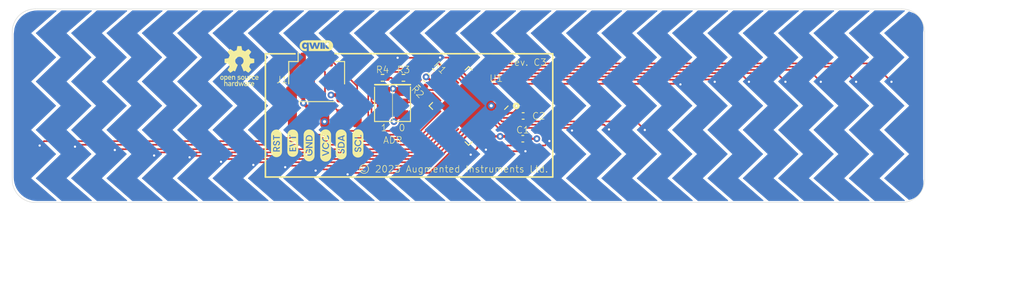
<source format=kicad_pcb>
(kicad_pcb (version 20221018) (generator pcbnew)
  (title_block (title "TRILL-BAR") (date "2022-10-26") (rev "C3") (company "BELA / Augmented Instruments Ltd.") (comment 1 "https://bela.io"))
  (layers (0 "F.Cu" signal) (1 "In1.Cu" power) (2 "In2.Cu" power) (31 "B.Cu" signal) (34 "B.Paste" user) (35 "F.Paste" user) (36 "B.SilkS" user "B.Silkscreen") (37 "F.SilkS" user "F.Silkscreen") (38 "B.Mask" user) (39 "F.Mask" user) (44 "Edge.Cuts" user))
  (net 0 "")
  (net 1 "VCC")
  (net 2 "GND")
  (net 3 "Net-(U1-(INT)P0[1])")
  (net 4 "/I2C_SDA")
  (net 5 "/I2C_SCL")
  (net 6 "/XRES")
  (net 7 "/EVENT")
  (net 8 "/ADDR0")
  (net 9 "/ADDR1")
  (net 10 "Net-(U1-P3[0])")
  (net 11 "Net-(U1-P3[2])")
  (net 12 "Net-(U1-P3[4])")
  (net 13 "Net-(U1-P3[6])")
  (net 14 "Net-(U1-P4[0])")
  (net 15 "Net-(U1-P4[2])")
  (net 16 "Net-(U1-P2[0])")
  (net 17 "Net-(U1-P2[2])")
  (net 18 "Net-(U1-P2[4])")
  (net 19 "Net-(U1-P2[6])")
  (net 20 "Net-(U1-P1[3])")
  (net 21 "Net-(U1-(SDA)P1[5])")
  (net 22 "Net-(U1-P0[0])")
  (net 23 "Net-(U1-P0[2])")
  (net 24 "Net-(U1-P0[4])")
  (net 25 "Net-(U1-P0[6])")
  (net 26 "Net-(U1-P0[7])")
  (net 27 "Net-(U1-P0[5])")
  (net 28 "Net-(U1-(INT)P0[3])")
  (net 29 "Net-(U1-P4[3])")
  (net 30 "Net-(U1-P4[1])")
  (net 31 "Net-(U1-P3[7])")
  (net 32 "Net-(U1-P3[5])")
  (net 33 "Net-(U1-P3[3])")
  (net 34 "Net-(U1-P3[1])")
  (net 35 "Net-(U1-(SCL)P1[7])")
  (net 36 "Net-(U1-(PR{slash}SCL)P1[1])")
  (net 37 "Net-(U1-(PR{slash}SDA)P1[0])")
  (footprint "TRILL:I2C+EVT_RST_Wire_connector_SMD" (layer "F.Cu") (at 127.1266 94.48 90)
    (fp_text reference "J2" hide)
    (fp_text value "Conn_01x06_Female")
  )
  (footprint "Resistor_SMD:R_0402_1005Metric" (layer "F.Cu") (at 140.7922 89.3318 135)
    (fp_text reference "R1")
    (fp_text value "100")
  )
  (footprint "TRILL:SolderJumper-2x3_P1.3mm_Open_Pad1.0x1.5mm" (layer "F.Cu") (at 137.4902 92.8116 90)
    (fp_text reference "JP1" hide)
    (fp_text value "Jumper_2x3_Open")
  )
  (footprint "TRILL:TRILL_BAR_CapSense" (layer "F.Cu") (at 145.1144 86.1406)
    (fp_text reference "CS1" hide)
    (fp_text value "TRILL_BAR-26_CapSense")
  )
  (footprint "Resistor_SMD:R_0402_1005Metric" (layer "F.Cu") (at 139.7508 90.6272 135)
    (fp_text reference "R2")
    (fp_text value "100")
  )
  (footprint "Resistor_SMD:R_0402_1005Metric" (layer "F.Cu") (at 137.705139 89.9922 180)
    (fp_text reference "R3")
    (fp_text value "47k")
  )
  (footprint "Resistor_SMD:R_0402_1005Metric" (layer "F.Cu") (at 135.382 89.9922)
    (fp_text reference "R4")
    (fp_text value "47k")
  )
  (footprint "TRILL:QFN-48-1EP_6x6mm_P0.4mm_EP4.6x4.6mm" (layer "F.Cu") (at 144.964219 93.129238 -135)
    (fp_text reference "U1")
    (fp_text value "CY8C206X6A")
  )
  (footprint "Capacitor_SMD:C_0402_1005Metric" (layer "F.Cu") (at 151.040139 94.2467 180)
    (fp_text reference "C2")
    (fp_text value "2.2n")
  )
  (footprint "TRILL:OpenSourceHardware_Logo" (layer "F.Cu") (at 119.446675 89.229142)
    (fp_text reference "G5" hide)
    (fp_text value "OpenSourceHardware_Logo")
  )
  (footprint "TRILL:qwiic_horizontal_SMD" (layer "F.Cu") (at 127.97 90.33)
    (fp_text reference "J1")
    (fp_text value "Conn_01x04_MountingPin")
  )
  (footprint "Capacitor_SMD:C_0402_1005Metric" (layer "F.Cu") (at 151.002039 96.7867)
    (fp_text reference "C1")
    (fp_text value "0.1u")
  )
  (gr_line (start 154.338 101.06) (end 154.338 87.31) (stroke (width 0.18)) (layer "F.SilkS"))
  (gr_line (start 130.086 87.2973) (end 154.338 87.31) (stroke (width 0.18)) (layer "F.SilkS"))
  (gr_line (start 122.334 101.06) (end 154.338 101.06) (stroke (width 0.18)) (layer "F.SilkS"))
  (gr_line (start 122.334 87.31) (end 125.64 87.31) (stroke (width 0.18)) (layer "F.SilkS"))
  (gr_line (start 122.334 87.31) (end 122.334 101.06) (stroke (width 0.18)) (layer "F.SilkS"))
  (gr_arc (start 195.744139 101.3587) (mid 195.000193 103.154765) (end 193.204139 103.8987) (stroke (width 0.05)) (layer "Edge.Cuts"))
  (gr_line (start 96.684139 82.3087) (end 193.204139 82.3087) (stroke (width 0.05)) (layer "Edge.Cuts"))
  (gr_line (start 195.744139 84.8487) (end 195.744139 101.3587) (stroke (width 0.05)) (layer "Edge.Cuts"))
  (gr_arc (start 96.684139 103.8987) (mid 94.888088 103.154751) (end 94.144139 101.3587) (stroke (width 0.05)) (layer "Edge.Cuts"))
  (gr_arc (start 94.144139 84.8487) (mid 94.888088 83.052649) (end 96.684139 82.3087) (stroke (width 0.05)) (layer "Edge.Cuts"))
  (gr_line (start 94.144139 101.3587) (end 94.144139 84.8487) (stroke (width 0.05)) (layer "Edge.Cuts"))
  (gr_line (start 193.204139 103.8987) (end 96.684139 103.8987) (stroke (width 0.05)) (layer "Edge.Cuts"))
  (gr_arc (start 193.204139 82.3087) (mid 195.000165 83.052663) (end 195.744139 84.8487) (stroke (width 0.05)) (layer "Edge.Cuts"))
  (gr_text "rev. ${REVISION}" (at 149.54 88.71) (layer "F.SilkS") (effects (font (size 0.75 0.75) (thickness 0.07)) (justify left bottom)))
  (gr_text "© 2023 Augmented Instruments Ltd." (at 132.64 100.61) (layer "F.SilkS") (effects (font (size 0.75 0.75) (thickness 0.07)) (justify left bottom)))
  (gr_text "ADR" (at 137.64 96.51) (layer "F.SilkS") (effects (font (size 0.75 0.75) (thickness 0.07)) (justify right top)))
  (segment (start 128.9468 94.51) (end 128.9468 93.121854) (width 0.6096) (layer "F.Cu") (net 1))
  (segment (start 148.474852 96.528199) (end 147.514651 96.528199) (width 0.254) (layer "F.Cu") (net 1))
  (segment (start 127.54 91.715054) (end 127.54 87.91) (width 0.6096) (layer "F.Cu") (net 1))
  (segment (start 141.39 90.969233) (end 142.171147 91.75038) (width 0.1778) (layer "F.Cu") (net 1))
  (segment (start 136.7232 94.8786) (end 137.4902 94.1116) (width 0.1778) (layer "F.Cu") (net 1))
  (segment (start 149.4663 96.7867) (end 150.552039 96.7867) (width 0.3048) (layer "F.Cu") (net 1))
  (segment (start 141.39 90.96) (end 141.39 90.969233) (width 0.1778) (layer "F.Cu") (net 1))
  (segment (start 147.514651 96.528199) (end 147.118226 96.131774) (width 0.254) (layer "F.Cu") (net 1))
  (segment (start 141.39 90.96) (end 140.3206 89.8906) (width 0.254) (layer "F.Cu") (net 1))
  (segment (start 147.118226 96.131773) (end 146.62592 95.639467) (width 0.1778) (layer "F.Cu") (net 1))
  (segment (start 136.652 94.8786) (end 136.7232 94.8786) (width 0.1778) (layer "F.Cu") (net 1))
  (segment (start 135.4836 94.1116) (end 137.586239 94.1116) (width 0.1778) (layer "F.Cu") (net 1))
  (segment (start 148.474852 96.528199) (end 149.207799 96.528199) (width 0.3048) (layer "F.Cu") (net 1))
  (segment (start 140.3206 89.8906) (end 140.2334 89.8906) (width 0.254) (layer "F.Cu") (net 1))
  (segment (start 149.207799 96.528199) (end 149.4663 96.7867) (width 0.3048) (layer "F.Cu") (net 1))
  (segment (start 147.118226 96.131774) (end 147.118226 96.131773) (width 0.1778) (layer "F.Cu") (net 1))
  (segment (start 128.9468 93.121854) (end 127.54 91.715054) (width 0.6096) (layer "F.Cu") (net 1))
  (via (at 136.652 94.8786) (size 0.75) (drill 0.35) (layers "F.Cu" "B.Cu") (net 1))
  (via (at 148.474852 96.528199) (size 0.75) (drill 0.35) (layers "F.Cu" "B.Cu") (net 1))
  (via (at 128.9208 94.8786) (size 0.75) (drill 0.35) (layers "F.Cu" "B.Cu") (net 1))
  (via (at 140.2334 89.8906) (size 0.75) (drill 0.35) (layers "F.Cu" "B.Cu") (net 1))
  (segment (start 127.1434 94.51) (end 127.1434 93.3868) (width 0.4064) (layer "F.Cu") (net 2))
  (segment (start 127.1434 93.3868) (end 126.5682 92.8116) (width 0.4064) (layer "F.Cu") (net 2))
  (segment (start 150.426839 94.41) (end 149.54 94.41) (width 0.254) (layer "F.Cu") (net 2))
  (segment (start 148.32285 93.942411) (end 147.484139 93.1037) (width 0.1778) (layer "F.Cu") (net 2))
  (segment (start 135.419139 91.5927) (end 135.869139 91.1427) (width 0.1778) (layer "F.Cu") (net 2))
  (segment (start 136.562139 90.158261) (end 136.7282 89.9922) (width 0.1778) (layer "F.Cu") (net 2))
  (segment (start 136.371639 89.9922) (end 136.562139 90.1827) (width 0.1778) (layer "F.Cu") (net 2))
  (segment (start 147.484139 93.1037) (end 143.293139 93.1037) (width 0.1778) (layer "F.Cu") (net 2))
  (segment (start 144.118639 92.2782) (end 144.944139 93.1037) (width 0.254) (layer "F.Cu") (net 2))
  (segment (start 150.590139 94.2467) (end 150.426839 94.41) (width 0.254) (layer "F.Cu") (net 2))
  (segment (start 135.869139 89.9922) (end 136.371639 89.9922) (width 0.1778) (layer "F.Cu") (net 2))
  (segment (start 148.322976 93.942411) (end 148.32285 93.942411) (width 0.1778) (layer "F.Cu") (net 2))
  (segment (start 136.7282 89.9922) (end 137.195139 89.9922) (width 0.1778) (layer "F.Cu") (net 2))
  (segment (start 143.019675 90.901852) (end 144.964219 92.846396) (width 0.1778) (layer "F.Cu") (net 2))
  (segment (start 129.64 91.91) (end 130.715 91.91) (width 0.4064) (layer "F.Cu") (net 2))
  (segment (start 144.964219 92.846396) (end 144.964219 93.129238) (width 0.1778) (layer "F.Cu") (net 2))
  (segment (start 143.928139 91.739605) (end 143.928139 92.0877) (width 0.254) (layer "F.Cu") (net 2))
  (segment (start 126.015 91.785) (end 125.24 91.785) (width 0.4064) (layer "F.Cu") (net 2))
  (segment (start 148.322976 93.942411) (end 148.840565 94.46) (width 0.1778) (layer "F.Cu") (net 2))
  (segment (start 125.24 91.785) (end 125.24 89.21) (width 0.4064) (layer "F.Cu") (net 2))
  (segment (start 137.4902 91.5116) (end 137.1773 91.1987) (width 0.1778) (layer "F.Cu") (net 2))
  (segment (start 143.928139 92.0877) (end 144.118639 92.2782) (width 0.254) (layer "F.Cu") (net 2))
  (segment (start 149.49 94.46) (end 149.54 94.41) (width 0.1778) (layer "F.Cu") (net 2))
  (segment (start 148.840565 94.46) (end 149.49 94.46) (width 0.1778) (layer "F.Cu") (net 2))
  (segment (start 136.562139 91.1987) (end 136.562139 90.1827) (width 0.1778) (layer "F.Cu") (net 2))
  (segment (start 136.562139 90.1827) (end 136.562139 90.158261) (width 0.1778) (layer "F.Cu") (net 2))
  (segment (start 151.452039 96.7867) (end 152.564139 96.7867) (width 0.254) (layer "F.Cu") (net 2))
  (segment (start 126.5682 92.3382) (end 126.015 91.785) (width 0.4064) (layer "F.Cu") (net 2))
  (segment (start 143.293139 93.1037) (end 144.118639 92.2782) (width 0.1778) (layer "F.Cu") (net 2))
  (segment (start 130.715 91.91) (end 130.84 91.785) (width 0.4064) (layer "F.Cu") (net 2))
  (segment (start 137.1773 91.1987) (end 136.562139 91.1987) (width 0.1778) (layer "F.Cu") (net 2))
  (segment (start 136.562139 91.1987) (end 135.8031 91.1987) (width 0.1778) (layer "F.Cu") (net 2))
  (segment (start 135.8031 91.1987) (end 135.4902 91.5116) (width 0.1778) (layer "F.Cu") (net 2))
  (segment (start 126.5682 92.8116) (end 126.5682 92.3382) (width 0.4064) (layer "F.Cu") (net 2))
  (segment (start 125.24 89.21) (end 126.54 87.91) (width 0.4064) (layer "F.Cu") (net 2))
  (via (at 136.562139 91.1987) (size 0.75) (drill 0.35) (layers "F.Cu" "B.Cu") (net 2))
  (via (at 147.484139 93.1037) (size 0.75) (drill 0.35) (layers "F.Cu" "B.Cu") (net 2))
  (via (at 129.64 91.91) (size 0.75) (drill 0.35) (layers "F.Cu" "B.Cu") (net 2))
  (via (at 126.5682 92.8116) (size 0.75) (drill 0.35) (layers "F.Cu" "B.Cu") (net 2))
  (via (at 152.564139 96.7867) (size 0.75) (drill 0.35) (layers "F.Cu" "B.Cu") (net 2))
  (segment (start 151.490139 93.860139) (end 151.490139 94.2467) (width 0.254) (layer "F.Cu") (net 3))
  (segment (start 149.69 93.91) (end 149.470913 93.91) (width 0.1778) (layer "F.Cu") (net 3))
  (segment (start 149.69 93.91) (end 149.952706 93.91) (width 0.254) (layer "F.Cu") (net 3))
  (segment (start 150.234406 93.6283) (end 151.2583 93.6283) (width 0.254) (layer "F.Cu") (net 3))
  (segment (start 151.2583 93.6283) (end 151.490139 93.860139) (width 0.254) (layer "F.Cu") (net 3))
  (segment (start 149.320913 94.06) (end 149.006251 94.06) (width 0.1778) (layer "F.Cu") (net 3))
  (segment (start 149.006251 94.06) (end 148.605819 93.659568) (width 0.1778) (layer "F.Cu") (net 3))
  (segment (start 149.470913 93.91) (end 149.320913 94.06) (width 0.1778) (layer "F.Cu") (net 3))
  (segment (start 149.952706 93.91) (end 150.234406 93.6283) (width 0.254) (layer "F.Cu") (net 3))
  (segment (start 131.1906 95.91) (end 130.6926 95.412) (width 0.1778) (layer "F.Cu") (net 4))
  (segment (start 133.789939 95.038661) (end 132.9186 95.91) (width 0.1778) (layer "F.Cu") (net 4))
  (segment (start 130.6926 93.9626) (end 128.9697 92.2397) (width 0.1778) (layer "F.Cu") (net 4))
  (segment (start 138.4554 89.3318) (end 134.518386 89.3318) (width 0.1778) (layer "F.Cu") (net 4))
  (segment (start 128.54 88.91) (end 128.54 87.91) (width 0.1778) (layer "F.Cu") (net 4))
  (segment (start 128.9697 92.2397) (end 128.9697 89.3397) (width 0.1778) (layer "F.Cu") (net 4))
  (segment (start 139.390176 90.266576) (end 138.4554 89.3318) (width 0.1778) (layer "F.Cu") (net 4))
  (segment (start 130.6926 95.412) (end 130.6926 93.9626) (width 0.1778) (layer "F.Cu") (net 4))
  (segment (start 133.789939 90.060247) (end 133.789939 95.038661) (width 0.1778) (layer "F.Cu") (net 4))
  (segment (start 128.9697 89.3397) (end 128.54 88.91) (width 0.1778) (layer "F.Cu") (net 4))
  (segment (start 132.9186 95.91) (end 131.1906 95.91) (width 0.1778) (layer "F.Cu") (net 4))
  (segment (start 134.518386 89.3318) (end 133.789939 90.060247) (width 0.1778) (layer "F.Cu") (net 4))
  (segment (start 132.4762 90.8462) (end 129.54 87.91) (width 0.1778) (layer "F.Cu") (net 5))
  (segment (start 132.5536 90.9038) (end 132.5536 94.51) (width 0.1778) (layer "F.Cu") (net 5))
  (segment (start 134.371024 88.971176) (end 132.496 90.8462) (width 0.1778) (layer "F.Cu") (net 5))
  (segment (start 132.496 90.8462) (end 132.5536 90.9038) (width 0.1778) (layer "F.Cu") (net 5))
  (segment (start 140.431576 88.971176) (end 134.371024 88.971176) (width 0.1778) (layer "F.Cu") (net 5))
  (segment (start 132.496 90.8462) (end 132.4762 90.8462) (width 0.1778) (layer "F.Cu") (net 5))
  (segment (start 141.605462 93.942411) (end 138.847073 96.7008) (width 0.1778) (layer "F.Cu") (net 6))
  (segment (start 124.5308 96.7008) (end 123.5366 95.7066) (width 0.1778) (layer "F.Cu") (net 6))
  (segment (start 123.5366 95.7066) (end 123.5366 94.51) (width 0.1778) (layer "F.Cu") (net 6))
  (segment (start 138.847073 96.7008) (end 124.5308 96.7008) (width 0.1778) (layer "F.Cu") (net 6))
  (segment (start 125.9716 96.3416) (end 125.34 95.71) (width 0.1778) (layer "F.Cu") (net 7))
  (segment (start 138.640587 96.3416) (end 125.9716 96.3416) (width 0.1778) (layer "F.Cu") (net 7))
  (segment (start 125.34 95.71) (end 125.34 94.51) (width 0.1778) (layer "F.Cu") (net 7))
  (segment (start 141.322619 93.659568) (end 138.640587 96.3416) (width 0.1778) (layer "F.Cu") (net 7))
  (segment (start 138.215139 89.9922) (end 138.215139 90.310739) (width 0.1778) (layer "F.Cu") (net 8))
  (segment (start 137.775139 92.7227) (end 137.705139 92.7927) (width 0.1778) (layer "F.Cu") (net 8))
  (segment (start 140.996097 91.7067) (end 139.610139 91.7067) (width 0.1778) (layer "F.Cu") (net 8))
  (segment (start 138.215139 90.310739) (end 139.610139 91.705739) (width 0.1778) (layer "F.Cu") (net 8))
  (segment (start 141.605462 92.316065) (end 140.996097 91.7067) (width 0.1778) (layer "F.Cu") (net 8))
  (segment (start 139.610139 91.7067) (end 138.594139 92.7227) (width 0.1778) (layer "F.Cu") (net 8))
  (segment (start 138.594139 92.7227) (end 137.775139 92.7227) (width 0.1778) (layer "F.Cu") (net 8))
  (segment (start 139.610139 91.705739) (end 139.610139 91.7067) (width 0.1778) (layer "F.Cu") (net 8))
  (segment (start 138.34 95.91) (end 135.050439 95.91) (width 0.1778) (layer "F.Cu") (net 9))
  (segment (start 140.983711 92.26) (end 140.09 92.26) (width 0.1778) (layer "F.Cu") (net 9))
  (segment (start 135.050439 95.91) (end 134.149139 95.0087) (width 0.1778) (layer "F.Cu") (net 9))
  (segment (start 134.33516 92.795069) (end 135.41677 92.795069) (width 0.1778) (layer "F.Cu") (net 9))
  (segment (start 140.09 92.26) (end 139.09 93.26) (width 0.1778) (layer "F.Cu") (net 9))
  (segment (start 134.593639 89.9922) (end 134.149139 90.4367) (width 0.1778) (layer "F.Cu") (net 9))
  (segment (start 134.872 89.9922) (end 134.593639 89.9922) (width 0.1778) (layer "F.Cu") (net 9))
  (segment (start 141.322619 92.598908) (end 140.983711 92.26) (width 0.1778) (layer "F.Cu") (net 9))
  (segment (start 134.149139 92.609047) (end 134.33516 92.795069) (width 0.1778) (layer "F.Cu") (net 9))
  (segment (start 139.09 95.16) (end 138.34 95.91) (width 0.1778) (layer "F.Cu") (net 9))
  (segment (start 134.149139 95.0087) (end 134.149139 92.981091) (width 0.1778) (layer "F.Cu") (net 9))
  (segment (start 135.41677 92.795069) (end 135.419139 92.7927) (width 0.1778) (layer "F.Cu") (net 9))
  (segment (start 134.149139 90.4367) (end 134.149139 92.609047) (width 0.1778) (layer "F.Cu") (net 9))
  (segment (start 134.149139 92.981091) (end 134.33516 92.795069) (width 0.1778) (layer "F.Cu") (net 9))
  (segment (start 139.09 93.26) (end 139.09 95.16) (width 0.1778) (layer "F.Cu") (net 9))
  (segment (start 139.053559 97.06) (end 97.680839 97.06) (width 0.1778) (layer "F.Cu") (net 10))
  (segment (start 141.888305 94.225254) (end 139.053559 97.06) (width 0.1778) (layer "F.Cu") (net 10))
  (segment (start 97.680839 97.06) (end 97.192139 97.5487) (width 0.1778) (layer "F.Cu") (net 10))
  (via (at 97.192139 97.5487) (size 0.55) (drill 0.25) (layers "F.Cu" "B.Cu") (net 10))
  (segment (start 95.5294 94.8944) (end 95.9144 94.5094) (width 0.1778) (layer "B.Cu") (net 10))
  (segment (start 95.5294 95.885961) (end 95.5294 94.8944) (width 0.1778) (layer "B.Cu") (net 10))
  (segment (start 97.192139 97.5487) (end 95.5294 95.885961) (width 0.1778) (layer "B.Cu") (net 10))
  (segment (start 95.9144 94.5094) (end 95.9144 86.0806) (width 0.1778) (layer "B.Cu") (net 10))
  (segment (start 101.344839 97.46) (end 101.129139 97.6757) (width 0.1778) (layer "F.Cu") (net 11))
  (segment (start 142.171147 94.508096) (end 139.219243 97.46) (width 0.1778) (layer "F.Cu") (net 11))
  (segment (start 139.219243 97.46) (end 101.344839 97.46) (width 0.1778) (layer "F.Cu") (net 11))
  (via (at 101.129139 97.6757) (size 0.55) (drill 0.25) (layers "F.Cu" "B.Cu") (net 11))
  (segment (start 99.8474 95.6056) (end 99.836 95.5942) (width 0.1778) (layer "B.Cu") (net 11))
  (segment (start 99.8474 96.393961) (end 99.8474 95.6056) (width 0.1778) (layer "B.Cu") (net 11))
  (segment (start 99.836 95.5942) (end 99.836 86.0806) (width 0.1778) (layer "B.Cu") (net 11))
  (segment (start 101.129139 97.6757) (end 99.8474 96.393961) (width 0.1778) (layer "B.Cu") (net 11))
  (segment (start 105.6509 97.9555) (end 139.29 97.9555) (width 0.1778) (layer "F.Cu") (net 12))
  (segment (start 139.29 97.9555) (end 139.29 97.954929) (width 0.1778) (layer "F.Cu") (net 12))
  (segment (start 139.29 97.954929) (end 142.45399 94.790939) (width 0.1778) (layer "F.Cu") (net 12))
  (segment (start 105.5624 98.044) (end 105.6509 97.9555) (width 0.1778) (layer "F.Cu") (net 12))
  (via (at 105.5624 98.044) (size 0.55) (drill 0.25) (layers "F.Cu" "B.Cu") (net 12))
  (segment (start 103.7576 96.1658) (end 103.7576 86.0806) (width 0.1778) (layer "B.Cu") (net 12))
  (segment (start 103.7336 96.1898) (end 103.7576 96.1658) (width 0.1778) (layer "B.Cu") (net 12))
  (segment (start 105.5624 98.0186) (end 103.7336 96.1898) (width 0.1778) (layer "B.Cu") (net 12))
  (segment (start 105.5624 98.044) (end 105.5624 98.0186) (width 0.1778) (layer "B.Cu") (net 12))
  (segment (start 110.2853 98.3147) (end 139.495915 98.3147) (width 0.1778) (layer "F.Cu") (net 13))
  (segment (start 109.94 98.66) (end 110.2853 98.3147) (width 0.1778) (layer "F.Cu") (net 13))
  (segment (start 139.495915 98.3147) (end 142.736833 95.073782) (width 0.1778) (layer "F.Cu") (net 13))
  (via (at 109.94 98.66) (size 0.55) (drill 0.25) (layers "F.Cu" "B.Cu") (net 13))
  (segment (start 109.94 98.66) (end 109.94 98.383) (width 0.1778) (layer "B.Cu") (net 13))
  (segment (start 109.94 98.383) (end 107.6706 96.1136) (width 0.1778) (layer "B.Cu") (net 13))
  (segment (start 107.6792 96.105) (end 107.6792 86.0806) (width 0.1778) (layer "B.Cu") (net 13))
  (segment (start 107.6706 96.1136) (end 107.6792 96.105) (width 0.1778) (layer "B.Cu") (net 13))
  (segment (start 113.89 98.86) (end 114.0584 98.6916) (width 0.1778) (layer "F.Cu") (net 14))
  (segment (start 139.69 98.6916) (end 139.69 98.686299) (width 0.1778) (layer "F.Cu") (net 14))
  (segment (start 114.0584 98.6916) (end 139.69 98.6916) (width 0.1778) (layer "F.Cu") (net 14))
  (segment (start 139.69 98.686299) (end 143.019675 95.356624) (width 0.1778) (layer "F.Cu") (net 14))
  (via (at 113.89 98.86) (size 0.55) (drill 0.25) (layers "F.Cu" "B.Cu") (net 14))
  (segment (start 113.89 98.6246) (end 111.6008 96.3354) (width 0.1778) (layer "B.Cu") (net 14))
  (segment (start 111.6008 96.3354) (end 111.6008 86.0806) (width 0.1778) (layer "B.Cu") (net 14))
  (segment (start 113.89 98.86) (end 113.89 98.6246) (width 0.1778) (layer "B.Cu") (net 14))
  (segment (start 139.8992 99.0508) (end 139.8992 99.042785) (width 0.1778) (layer "F.Cu") (net 15))
  (segment (start 139.8992 99.042785) (end 143.302518 95.639467) (width 0.1778) (layer "F.Cu") (net 15))
  (segment (start 139.8992 99.0508) (end 117.6992 99.0508) (width 0.1778) (layer "F.Cu") (net 15))
  (segment (start 117.6992 99.0508) (end 117.39 99.36) (width 0.1778) (layer "F.Cu") (net 15))
  (via (at 117.39 99.36) (size 0.55) (drill 0.25) (layers "F.Cu" "B.Cu") (net 15))
  (segment (start 117.39 99.36) (end 117.39 98.9496) (width 0.1778) (layer "B.Cu") (net 15))
  (segment (start 115.5224 97.082) (end 115.5224 86.0806) (width 0.1778) (layer "B.Cu") (net 15))
  (segment (start 117.39 98.9496) (end 115.5224 97.082) (width 0.1778) (layer "B.Cu") (net 15))
  (segment (start 120.99 99.71) (end 121.29 99.41) (width 0.1778) (layer "F.Cu") (net 16))
  (segment (start 140.097671 99.41) (end 143.585361 95.92231) (width 0.1778) (layer "F.Cu") (net 16))
  (segment (start 121.29 99.41) (end 140.097671 99.41) (width 0.1778) (layer "F.Cu") (net 16))
  (via (at 120.99 99.71) (size 0.55) (drill 0.25) (layers "F.Cu" "B.Cu") (net 16))
  (segment (start 120.99 99.404839) (end 121.068139 99.3267) (width 0.2032) (layer "B.Cu") (net 16))
  (segment (start 120.99 99.71) (end 120.99 98.9174) (width 0.1778) (layer "B.Cu") (net 16))
  (segment (start 120.99 98.9174) (end 119.444 97.3714) (width 0.1778) (layer "B.Cu") (net 16))
  (segment (start 120.99 99.71) (end 120.99 99.404839) (width 0.2032) (layer "B.Cu") (net 16))
  (segment (start 119.444 97.3714) (end 119.444 86.0806) (width 0.1778) (layer "B.Cu") (net 16))
  (segment (start 124.54 99.96) (end 124.7026 99.7974) (width 0.1778) (layer "F.Cu") (net 17))
  (segment (start 128.16461 99.81) (end 140.263355 99.81) (width 0.1778) (layer "F.Cu") (net 17))
  (segment (start 124.7026 99.7974) (end 128.15201 99.7974) (width 0.1778) (layer "F.Cu") (net 17))
  (segment (start 128.15201 99.7974) (end 128.16461 99.81) (width 0.1778) (layer "F.Cu") (net 17))
  (segment (start 140.263355 99.81) (end 143.868203 96.205152) (width 0.1778) (layer "F.Cu") (net 17))
  (via (at 124.54 99.96) (size 0.55) (drill 0.25) (layers "F.Cu" "B.Cu") (net 17))
  (segment (start 122.7582 97.409) (end 122.7582 93.8784) (width 0.1778) (layer "B.Cu") (net 17))
  (segment (start 123.3656 92.911) (end 123.3656 86.0806) (width 0.1778) (layer "B.Cu") (net 17))
  (segment (start 122.7582 93.8784) (end 123.5456 93.091) (width 0.1778) (layer "B.Cu") (net 17))
  (segment (start 124.54 99.96) (end 124.54 99.1908) (width 0.1778) (layer "B.Cu") (net 17))
  (segment (start 124.54 99.1908) (end 122.7582 97.409) (width 0.1778) (layer "B.Cu") (net 17))
  (segment (start 123.5456 93.091) (end 123.3656 92.911) (width 0.1778) (layer "B.Cu") (net 17))
  (segment (start 144.151046 96.487995) (end 140.429041 100.21) (width 0.1778) (layer "F.Cu") (net 18))
  (segment (start 140.429041 100.21) (end 128.058839 100.21) (width 0.1778) (layer "F.Cu") (net 18))
  (segment (start 128.058839 100.21) (end 127.926139 100.3427) (width 0.1778) (layer "F.Cu") (net 18))
  (via (at 127.926139 100.3427) (size 0.55) (drill 0.25) (layers "F.Cu" "B.Cu") (net 18))
  (segment (start 127.2872 95.0038) (end 127.2872 86.0806) (width 0.1778) (layer "B.Cu") (net 18))
  (segment (start 127.926139 100.3427) (end 127.4572 99.873761) (width 0.1778) (layer "B.Cu") (net 18))
  (segment (start 127.4572 95.1738) (end 127.2872 95.0038) (width 0.1778) (layer "B.Cu") (net 18))
  (segment (start 127.4572 99.873761) (end 127.4572 95.1738) (width 0.1778) (layer "B.Cu") (net 18))
  (segment (start 131.49 100.76) (end 131.6533 100.5967) (width 0.1778) (layer "F.Cu") (net 19))
  (segment (start 140.608027 100.5967) (end 144.433889 96.770838) (width 0.1778) (layer "F.Cu") (net 19))
  (segment (start 131.6533 100.5967) (end 140.608027 100.5967) (width 0.1778) (layer "F.Cu") (net 19))
  (via (at 131.49 100.76) (size 0.55) (drill 0.25) (layers "F.Cu" "B.Cu") (net 19))
  (segment (start 131.609139 96.582539) (end 131.2088 96.1822) (width 0.1778) (layer "B.Cu") (net 19))
  (segment (start 131.609139 100.640861) (end 131.609139 96.582539) (width 0.1778) (layer "B.Cu") (net 19))
  (segment (start 131.49 100.76) (end 131.609139 100.640861) (width 0.1778) (layer "B.Cu") (net 19))
  (segment (start 131.2088 96.1822) (end 131.2088 86.0806) (width 0.1778) (layer "B.Cu") (net 19))
  (segment (start 137.0584 87.757) (end 141.006195 87.757) (width 0.1778) (layer "F.Cu") (net 20))
  (segment (start 141.006195 87.757) (end 143.585361 90.336166) (width 0.1778) (layer "F.Cu") (net 20))
  (via (at 137.0584 87.757) (size 0.55) (drill 0.25) (layers "F.Cu" "B.Cu") (net 20))
  (segment (start 136.8068 87.757) (end 135.1304 86.0806) (width 0.1778) (layer "B.Cu") (net 20))
  (segment (start 137.0584 87.757) (end 136.8068 87.757) (width 0.1778) (layer "B.Cu") (net 20))
  (segment (start 141.79 87.7316) (end 142.677851 87.7316) (width 0.1778) (layer "F.Cu") (net 21))
  (segment (start 142.677851 87.7316) (end 144.433889 89.487638) (width 0.1778) (layer "F.Cu") (net 21))
  (via (at 141.79 87.7316) (size 0.55) (drill 0.25) (layers "F.Cu" "B.Cu") (net 21))
  (segment (start 145.94 97.216289) (end 145.494549 96.770838) (width 0.1778) (layer "F.Cu") (net 22))
  (segment (start 145.94 97.822839) (end 145.94 97.216289) (width 0.1778) (layer "F.Cu") (net 22))
  (segment (start 145.198139 98.5647) (end 145.94 97.822839) (width 0.1778) (layer "F.Cu") (net 22))
  (via (at 145.198139 98.5647) (size 0.55) (drill 0.25) (layers "F.Cu" "B.Cu") (net 22))
  (segment (start 146.89 97.600603) (end 145.777392 96.487995) (width 0.1778) (layer "F.Cu") (net 23))
  (segment (start 146.89 98.01) (end 146.89 97.600603) (width 0.1778) (layer "F.Cu") (net 23))
  (via (at 146.89 98.01) (size 0.55) (drill 0.25) (layers "F.Cu" "B.Cu") (net 23))
  (segment (start 146.060235 96.205152) (end 148.038783 98.1837) (width 0.1778) (layer "F.Cu") (net 24))
  (segment (start 148.038783 98.1837) (end 151.294139 98.1837) (width 0.1778) (layer "F.Cu") (net 24))
  (via (at 151.294139 98.1837) (size 0.55) (drill 0.25) (layers "F.Cu" "B.Cu") (net 24))
  (segment (start 153.456739 97.5451) (end 153.961139 97.0407) (width 0.1778) (layer "F.Cu") (net 25))
  (segment (start 147.962465 97.5451) (end 153.456739 97.5451) (width 0.1778) (layer "F.Cu") (net 25))
  (segment (start 146.343077 95.925712) (end 147.962465 97.5451) (width 0.1778) (layer "F.Cu") (net 25))
  (segment (start 146.343077 95.92231) (end 146.343077 95.925712) (width 0.1778) (layer "F.Cu") (net 25))
  (via (at 153.961139 97.0407) (size 0.55) (drill 0.25) (layers "F.Cu" "B.Cu") (net 25))
  (segment (start 148.261909 95.5784) (end 147.474448 94.790939) (width 0.1778) (layer "F.Cu") (net 26))
  (segment (start 156.18184 95.5784) (end 148.261909 95.5784) (width 0.1778) (layer "F.Cu") (net 26))
  (segment (start 156.47672 95.87328) (end 156.18184 95.5784) (width 0.1778) (layer "F.Cu") (net 26))
  (via (at 156.47672 95.87328) (size 0.55) (drill 0.25) (layers "F.Cu" "B.Cu") (net 26))
  (segment (start 159.1818 93.7514) (end 159.1818 87.63) (width 0.1778) (layer "B.Cu") (net 26))
  (segment (start 159.1818 87.63) (end 158.66 87.1082) (width 0.1778) (layer "B.Cu") (net 26))
  (segment (start 158.66 87.1082) (end 158.66 86.0806) (width 0.1778) (layer "B.Cu") (net 26))
  (segment (start 157.05992 95.87328) (end 159.1818 93.7514) (width 0.1778) (layer "B.Cu") (net 26))
  (segment (start 156.47672 95.87328) (end 157.05992 95.87328) (width 0.1778) (layer "B.Cu") (net 26))
  (segment (start 160.06444 95.2192) (end 148.468395 95.2192) (width 0.1778) (layer "F.Cu") (net 27))
  (segment (start 148.468395 95.2192) (end 147.757291 94.508096) (width 0.1778) (layer "F.Cu") (net 27))
  (segment (start 160.59762 95.75238) (end 160.06444 95.2192) (width 0.1778) (layer "F.Cu") (net 27))
  (via (at 160.59762 95.75238) (size 0.55) (drill 0.25) (layers "F.Cu" "B.Cu") (net 27))
  (segment (start 162.5816 87.296) (end 162.5816 86.0806) (width 0.2032) (layer "B.Cu") (net 27))
  (segment (start 162.8902 87.6046) (end 162.5816 87.296) (width 0.2032) (layer "B.Cu") (net 27))
  (segment (start 162.8902 93.750439) (end 162.8902 87.6046) (width 0.2032) (layer "B.Cu") (net 27))
  (segment (start 160.888259 95.75238) (end 162.8902 93.750439) (width 0.2032) (layer "B.Cu") (net 27))
  (segment (start 160.59762 95.75238) (end 160.888259 95.75238) (width 0.2032) (layer "B.Cu") (net 27))
  (segment (start 164.59 95.81) (end 163.64 94.86) (width 0.1778) (layer "F.Cu") (net 28))
  (segment (start 163.64 94.86) (end 148.674879 94.86) (width 0.1778) (layer "F.Cu") (net 28))
  (segment (start 148.674879 94.86) (end 148.040133 94.225254) (width 0.1778) (layer "F.Cu") (net 28))
  (via (at 164.59 95.81) (size 0.55) (drill 0.25) (layers "F.Cu" "B.Cu") (net 28))
  (segment (start 166.878 93.522) (end 166.878 86.4554) (width 0.2032) (layer "B.Cu") (net 28))
  (segment (start 164.59 95.81) (end 166.878 93.522) (width 0.2032) (layer "B.Cu") (net 28))
  (segment (start 166.878 86.4554) (end 166.5032 86.0806) (width 0.2032) (layer "B.Cu") (net 28))
  (segment (start 168.5544 90.7288) (end 168.4856 90.66) (width 0.1778) (layer "F.Cu") (net 29))
  (segment (start 168.4856 90.66) (end 147.716299 90.66) (width 0.1778) (layer "F.Cu") (net 29))
  (segment (start 147.716299 90.66) (end 147.191605 91.184694) (width 0.1778) (layer "F.Cu") (net 29))
  (via (at 168.5544 90.7288) (size 0.55) (drill 0.25) (layers "F.Cu" "B.Cu") (net 29))
  (segment (start 171.0436 88.213239) (end 171.0436 86.6994) (width 0.2032) (layer "B.Cu") (net 29))
  (segment (start 168.5544 90.7288) (end 168.5544 90.702439) (width 0.2032) (layer "B.Cu") (net 29))
  (segment (start 171.0436 86.6994) (end 170.4248 86.0806) (width 0.2032) (layer "B.Cu") (net 29))
  (segment (start 168.5544 90.702439) (end 171.0436 88.213239) (width 0.2032) (layer "B.Cu") (net 29))
  (segment (start 146.908763 90.901852) (end 147.600615 90.21) (width 0.1778) (layer "F.Cu") (net 30))
  (segment (start 168.328529 90.1835) (end 172.122939 90.1835) (width 0.1778) (layer "F.Cu") (net 30))
  (segment (start 172.122939 90.1835) (end 172.376139 90.4367) (width 0.1778) (layer "F.Cu") (net 30))
  (segment (start 147.600615 90.21) (end 168.302029 90.21) (width 0.1778) (layer "F.Cu") (net 30))
  (segment (start 168.302029 90.21) (end 168.328529 90.1835) (width 0.1778) (layer "F.Cu") (net 30))
  (via (at 172.376139 90.4367) (size 0.55) (drill 0.25) (layers "F.Cu" "B.Cu") (net 30))
  (segment (start 175.006 86.7402) (end 174.3464 86.0806) (width 0.2032) (layer "B.Cu") (net 30))
  (segment (start 172.376139 90.4367) (end 175.006 87.806839) (width 0.2032) (layer "B.Cu") (net 30))
  (segment (start 175.006 87.806839) (end 175.006 86.7402) (width 0.2032) (layer "B.Cu") (net 30))
  (segment (start 168.179743 89.8243) (end 175.573739 89.8243) (width 0.1778) (layer "F.Cu") (net 31))
  (segment (start 175.573739 89.8243) (end 176.186139 90.4367) (width 0.1778) (layer "F.Cu") (net 31))
  (segment (start 146.62592 90.619009) (end 147.394129 89.8508) (width 0.1778) (layer "F.Cu") (net 31))
  (segment (start 168.153243 89.8508) (end 168.179743 89.8243) (width 0.1778) (layer "F.Cu") (net 31))
  (segment (start 147.394129 89.8508) (end 168.153243 89.8508) (width 0.1778) (layer "F.Cu") (net 31))
  (via (at 176.186139 90.4367) (size 0.55) (drill 0.25) (layers "F.Cu" "B.Cu") (net 31))
  (segment (start 178.7906 88.646) (end 178.7906 86.6032) (width 0.2032) (layer "B.Cu") (net 31))
  (segment (start 178.7906 86.6032) (end 178.268 86.0806) (width 0.2032) (layer "B.Cu") (net 31))
  (segment (start 176.9999 90.4367) (end 178.7906 88.646) (width 0.2032) (layer "B.Cu") (net 31))
  (segment (start 176.186139 90.4367) (end 176.9999 90.4367) (width 0.2032) (layer "B.Cu") (net 31))
  (segment (start 168.004457 89.4916) (end 168.030957 89.4651) (width 0.1778) (layer "F.Cu") (net 32))
  (segment (start 168.030957 89.4651) (end 179.278539 89.4651) (width 0.1778) (layer "F.Cu") (net 32))
  (segment (start 146.343077 90.336166) (end 147.187643 89.4916) (width 0.1778) (layer "F.Cu") (net 32))
  (segment (start 147.187643 89.4916) (end 168.004457 89.4916) (width 0.1778) (layer "F.Cu") (net 32))
  (segment (start 179.278539 89.4651) (end 180.250139 90.4367) (width 0.1778) (layer "F.Cu") (net 32))
  (via (at 180.250139 90.4367) (size 0.55) (drill 0.25) (layers "F.Cu" "B.Cu") (net 32))
  (segment (start 182.6768 86.5678) (end 182.1896 86.0806) (width 0.2032) (layer "B.Cu") (net 32))
  (segment (start 182.6768 88.010039) (end 182.6768 86.5678) (width 0.2032) (layer "B.Cu") (net 32))
  (segment (start 180.250139 90.4367) (end 182.6768 88.010039) (width 0.2032) (layer "B.Cu") (net 32))
  (segment (start 167.878071 89.11) (end 167.882171 89.1059) (width 0.1778) (layer "F.Cu") (net 33))
  (segment (start 147.003559 89.11) (end 167.878071 89.11) (width 0.1778) (layer "F.Cu") (net 33))
  (segment (start 167.882171 89.1059) (end 182.856339 89.1059) (width 0.1778) (layer "F.Cu") (net 33))
  (segment (start 182.856339 89.1059) (end 184.187139 90.4367) (width 0.1778) (layer "F.Cu") (net 33))
  (segment (start 146.060235 90.053324) (end 147.003559 89.11) (width 0.1778) (layer "F.Cu") (net 33))
  (via (at 184.187139 90.4367) (size 0.55) (drill 0.25) (layers "F.Cu" "B.Cu") (net 33))
  (segment (start 186.69 88.5952) (end 186.69 86.6594) (width 0.2032) (layer "B.Cu") (net 33))
  (segment (start 184.8485 90.4367) (end 186.69 88.5952) (width 0.2032) (layer "B.Cu") (net 33))
  (segment (start 186.69 86.6594) (end 186.1112 86.0806) (width 0.2032) (layer "B.Cu") (net 33))
  (segment (start 184.187139 90.4367) (end 184.8485 90.4367) (width 0.2032) (layer "B.Cu") (net 33))
  (segment (start 146.797073 88.7508) (end 167.729285 88.7508) (width 0.1778) (layer "F.Cu") (net 34))
  (segment (start 167.733385 88.7467) (end 186.434139 88.7467) (width 0.1778) (layer "F.Cu") (net 34))
  (segment (start 145.777392 89.770481) (end 146.797073 88.7508) (width 0.1778) (layer "F.Cu") (net 34))
  (segment (start 186.434139 88.7467) (end 188.124139 90.4367) (width 0.1778) (layer "F.Cu") (net 34))
  (segment (start 167.729285 88.7508) (end 167.733385 88.7467) (width 0.1778) (layer "F.Cu") (net 34))
  (via (at 188.124139 90.4367) (size 0.55) (drill 0.25) (layers "F.Cu" "B.Cu") (net 34))
  (segment (start 190.5762 86.624) (end 190.0328 86.0806) (width 0.2032) (layer "B.Cu") (net 34))
  (segment (start 190.5762 87.984639) (end 190.5762 86.624) (width 0.2032) (layer "B.Cu") (net 34))
  (segment (start 188.124139 90.4367) (end 190.5762 87.984639) (width 0.2032) (layer "B.Cu") (net 34))
  (segment (start 190.011939 88.3875) (end 192.061139 90.4367) (width 0.1778) (layer "F.Cu") (net 35))
  (segment (start 167.584599 88.3875) (end 190.011939 88.3875) (width 0.1778) (layer "F.Cu") (net 35))
  (segment (start 146.590587 88.3916) (end 167.580499 88.3916) (width 0.1778) (layer "F.Cu") (net 35))
  (segment (start 167.580499 88.3916) (end 167.584599 88.3875) (width 0.1778) (layer "F.Cu") (net 35))
  (segment (start 145.494549 89.487638) (end 146.590587 88.3916) (width 0.1778) (layer "F.Cu") (net 35))
  (via (at 192.061139 90.4367) (size 0.55) (drill 0.25) (layers "F.Cu" "B.Cu") (net 35))
  (segment (start 194.5386 87.959239) (end 194.5386 86.6648) (width 0.2032) (layer "B.Cu") (net 35))
  (segment (start 194.5386 86.6648) (end 193.9544 86.0806) (width 0.2032) (layer "B.Cu") (net 35))
  (segment (start 192.061139 90.4367) (end 194.5386 87.959239) (width 0.2032) (layer "B.Cu") (net 35))
  (segment (start 141.6204 90.16) (end 141.152824 89.692424) (width 0.1778) (layer "F.Cu") (net 36))
  (segment (start 143.302518 90.619009) (end 142.843509 90.16) (width 0.1778) (layer "F.Cu") (net 36))
  (segment (start 142.843509 90.16) (end 141.6204 90.16) (width 0.1778) (layer "F.Cu") (net 36))
  (segment (start 140.4711 91.3475) (end 140.111424 90.987824) (width 0.1778) (layer "F.Cu") (net 37))
  (segment (start 141.888305 92.033222) (end 141.884902 92.033222) (width 0.1778) (layer "F.Cu") (net 37))
  (segment (start 141.884902 92.033222) (end 141.19918 91.3475) (width 0.1778) (layer "F.Cu") (net 37))
  (segment (start 141.19918 91.3475) (end 140.4711 91.3475) (width 0.1778) (layer "F.Cu") (net 37))
  (zone (net 12) (net_name "Net-(U1-P3[4])") (layer "B.Cu") (priority 6) (connect_pads (clearance 0.000001)) (min_thickness 0.0889) (fill yes (thermal_gap 0.2278) (thermal_bridge_width 0.2278))
    (polygon (pts (xy 104.117947 85.010683) (xy 106.9086 87.7062) (xy 104.1146 90.40495) (xy 106.9086 93.1037) (xy 104.1146 95.80245) (xy 106.9086 98.5012) (xy 104.117947 101.196717) (xy 107.017242 103.7336) (xy 103.572236 103.7336) (xy 100.680331 101.203183) (xy 103.477678 98.5012) (xy 100.683678 95.80245) (xy 103.477678 93.1037) (xy 100.683678 90.40495) (xy 103.477678 87.7062) (xy 100.680331 85.004217) (xy 103.572236 82.4738) (xy 107.017242 82.4738)))
  )
  (zone (net 29) (net_name "Net-(U1-P4[3])") (layer "B.Cu") (priority 6) (connect_pads (clearance 0.000001)) (min_thickness 0.0889) (fill yes (thermal_gap 0.2278) (thermal_bridge_width 0.2278))
    (polygon (pts (xy 171.046947 85.010683) (xy 173.8376 87.7062) (xy 171.0436 90.40495) (xy 173.8376 93.1037) (xy 171.0436 95.80245) (xy 173.8376 98.5012) (xy 171.046947 101.196717) (xy 173.946242 103.7336) (xy 170.501236 103.7336) (xy 167.609331 101.203183) (xy 170.406678 98.5012) (xy 167.612678 95.80245) (xy 170.406678 93.1037) (xy 167.612678 90.40495) (xy 170.406678 87.7062) (xy 167.609331 85.004217) (xy 170.501236 82.4738) (xy 173.946242 82.4738)))
  )
  (zone (net 19) (net_name "Net-(U1-P2[6])") (layer "B.Cu") (priority 6) (connect_pads (clearance 0.000001)) (min_thickness 0.0889) (fill yes (thermal_gap 0.2278) (thermal_bridge_width 0.2278))
    (polygon (pts (xy 131.676947 85.010683) (xy 134.4676 87.7062) (xy 131.6736 90.40495) (xy 134.4676 93.1037) (xy 131.6736 95.80245) (xy 134.4676 98.5012) (xy 131.676947 101.196717) (xy 134.576242 103.7336) (xy 131.131236 103.7336) (xy 128.239331 101.203183) (xy 131.036678 98.5012) (xy 128.242678 95.80245) (xy 131.036678 93.1037) (xy 128.242678 90.40495) (xy 131.036678 87.7062) (xy 128.239331 85.004217) (xy 131.131236 82.4738) (xy 134.576242 82.4738)))
  )
  (zone (net 10) (net_name "Net-(U1-P3[0])") (layer "B.Cu") (priority 6) (connect_pads (clearance 0.000001)) (min_thickness 0.0889) (fill yes (thermal_gap 0.2278) (thermal_bridge_width 0.2278))
    (polygon (pts (xy 96.243947 85.010683) (xy 99.0346 87.7062) (xy 96.2406 90.40495) (xy 99.0346 93.1037) (xy 96.2406 95.80245) (xy 99.0346 98.5012) (xy 96.243947 101.196717) (xy 99.143242 103.7336) (xy 96.935453 103.7336) (xy 96.621241 103.714594) (xy 96.308963 103.657366) (xy 96.005861 103.562916) (xy 95.716353 103.432619) (xy 95.444662 103.268376) (xy 95.194748 103.072581) (xy 94.970258 102.848091) (xy 94.774463 102.598177) (xy 94.61022 102.326486) (xy 94.479923 102.036978) (xy 94.385473 101.733876) (xy 94.328245 101.421598) (xy 94.309239 101.107386) (xy 94.309239 85.097323) (xy 94.384669 84.476103) (xy 94.479923 84.170422) (xy 94.61022 83.880914) (xy 94.774463 83.609223) (xy 94.970258 83.359309) (xy 95.194748 83.134819) (xy 95.444662 82.939024) (xy 95.716353 82.774781) (xy 96.005861 82.644484) (xy 96.308963 82.550034) (xy 96.621241 82.492806) (xy 96.935453 82.4738) (xy 99.143242 82.4738)))
  )
  (zone (net 33) (net_name "Net-(U1-P3[3])") (layer "B.Cu") (priority 6) (connect_pads (clearance 0.000001)) (min_thickness 0.0889) (fill yes (thermal_gap 0.2278) (thermal_bridge_width 0.2278))
    (polygon (pts (xy 186.794947 85.010683) (xy 189.5856 87.7062) (xy 186.7916 90.40495) (xy 189.5856 93.1037) (xy 186.7916 95.80245) (xy 189.5856 98.5012) (xy 186.794947 101.196717) (xy 189.694242 103.7336) (xy 186.249236 103.7336) (xy 183.357331 101.203183) (xy 186.154678 98.5012) (xy 183.360678 95.80245) (xy 186.154678 93.1037) (xy 183.360678 90.40495) (xy 186.154678 87.7062) (xy 183.357331 85.004217) (xy 186.249236 82.4738) (xy 189.694242 82.4738)))
  )
  (zone (net 23) (net_name "Net-(U1-P0[2])") (layer "B.Cu") (priority 6) (connect_pads (clearance 0.000001)) (min_thickness 0.0889) (fill yes (thermal_gap 0.2278) (thermal_bridge_width 0.2278))
    (polygon (pts (xy 147.424947 85.010683) (xy 150.2156 87.7062) (xy 147.4216 90.40495) (xy 150.2156 93.1037) (xy 147.4216 95.80245) (xy 150.2156 98.5012) (xy 147.424947 101.196717) (xy 150.324242 103.7336) (xy 146.879236 103.7336) (xy 143.987331 101.203183) (xy 146.784678 98.5012) (xy 143.990678 95.80245) (xy 146.784678 93.1037) (xy 143.990678 90.40495) (xy 146.784678 87.7062) (xy 143.987331 85.004217) (xy 146.879236 82.4738) (xy 150.324242 82.4738)))
  )
  (zone (net 35) (net_name "Net-(U1-(SCL)P1[7])") (layer "B.Cu") (priority 6) (connect_pads (clearance 0.000001)) (min_thickness 0.0889) (fill yes (thermal_gap 0.2278) (thermal_bridge_width 0.2278))
    (polygon (pts (xy 194.572222 82.791276) (xy 194.812879 82.942496) (xy 195.027124 83.124355) (xy 195.213308 83.334853) (xy 195.36764 83.569707) (xy 195.486978 83.824133) (xy 195.568892 84.092952) (xy 195.611716 84.370693) (xy 195.614577 84.651702) (xy 195.579039 84.9181) (xy 195.579039 101.2893) (xy 195.614577 101.555698) (xy 195.611716 101.836707) (xy 195.568892 102.114448) (xy 195.486978 102.383267) (xy 195.36764 102.637693) (xy 195.213308 102.872547) (xy 195.027124 103.083045) (xy 194.812879 103.264904) (xy 194.574931 103.414422) (xy 194.318129 103.528554) (xy 194.007585 103.616314) (xy 191.231094 101.203411) (xy 194.028678 98.5012) (xy 191.234678 95.80245) (xy 194.028678 93.1037) (xy 191.234678 90.40495) (xy 194.028678 87.7062) (xy 191.231094 85.003989) (xy 194.010743 82.588342)))
  )
  (zone (net 17) (net_name "Net-(U1-P2[2])") (layer "B.Cu") (priority 6) (connect_pads (clearance 0.000001)) (min_thickness 0.0889) (fill yes (thermal_gap 0.2278) (thermal_bridge_width 0.2278))
    (polygon (pts (xy 123.802947 85.010683) (xy 126.5936 87.7062) (xy 123.7996 90.40495) (xy 126.5936 93.1037) (xy 123.7996 95.80245) (xy 126.5936 98.5012) (xy 123.802947 101.196717) (xy 126.702242 103.7336) (xy 123.257236 103.7336) (xy 120.365331 101.203183) (xy 123.162678 98.5012) (xy 120.368678 95.80245) (xy 123.162678 93.1037) (xy 120.368678 90.40495) (xy 123.162678 87.7062) (xy 120.365331 85.004217) (xy 123.257236 82.4738) (xy 126.702242 82.4738)))
  )
  (zone (net 18) (net_name "Net-(U1-P2[4])") (layer "B.Cu") (priority 6) (connect_pads (clearance 0.000001)) (min_thickness 0.0889) (fill yes (thermal_gap 0.2278) (thermal_bridge_width 0.2278))
    (polygon (pts (xy 127.739947 85.010683) (xy 130.5306 87.7062) (xy 127.7366 90.40495) (xy 130.5306 93.1037) (xy 127.7366 95.80245) (xy 130.5306 98.5012) (xy 127.739947 101.196717) (xy 130.639242 103.7336) (xy 127.194236 103.7336) (xy 124.302331 101.203183) (xy 127.099678 98.5012) (xy 124.305678 95.80245) (xy 127.099678 93.1037) (xy 124.305678 90.40495) (xy 127.099678 87.7062) (xy 124.302331 85.004217) (xy 127.194236 82.4738) (xy 130.639242 82.4738)))
  )
  (zone (net 28) (net_name "Net-(U1-(INT)P0[3])") (layer "B.Cu") (priority 6) (connect_pads (clearance 0.000001)) (min_thickness 0.0889) (fill yes (thermal_gap 0.2278) (thermal_bridge_width 0.2278))
    (polygon (pts (xy 167.109947 85.010683) (xy 169.9006 87.7062) (xy 167.1066 90.40495) (xy 169.9006 93.1037) (xy 167.1066 95.80245) (xy 169.9006 98.5012) (xy 167.109947 101.196717) (xy 170.009242 103.7336) (xy 166.564236 103.7336) (xy 163.672331 101.203183) (xy 166.469678 98.5012) (xy 163.675678 95.80245) (xy 166.469678 93.1037) (xy 163.675678 90.40495) (xy 166.469678 87.7062) (xy 163.672331 85.004217) (xy 166.564236 82.4738) (xy 170.009242 82.4738)))
  )
  (zone (net 15) (net_name "Net-(U1-P4[2])") (layer "B.Cu") (priority 6) (connect_pads (clearance 0.000001)) (min_thickness 0.0889) (fill yes (thermal_gap 0.2278) (thermal_bridge_width 0.2278))
    (polygon (pts (xy 115.928947 85.010683) (xy 118.7196 87.7062) (xy 115.9256 90.40495) (xy 118.7196 93.1037) (xy 115.9256 95.80245) (xy 118.7196 98.5012) (xy 115.928947 101.196717) (xy 118.828242 103.7336) (xy 115.383236 103.7336) (xy 112.491331 101.203183) (xy 115.288678 98.5012) (xy 112.494678 95.80245) (xy 115.288678 93.1037) (xy 112.494678 90.40495) (xy 115.288678 87.7062) (xy 112.491331 85.004217) (xy 115.383236 82.4738) (xy 118.828242 82.4738)))
  )
  (zone (net 21) (net_name "Net-(U1-(SDA)P1[5])") (layer "B.Cu") (priority 6) (connect_pads (clearance 0.000001)) (min_thickness 0.0889) (fill yes (thermal_gap 0.2278) (thermal_bridge_width 0.2278))
    (polygon (pts (xy 139.550947 85.010683) (xy 142.3416 87.7062) (xy 139.5476 90.40495) (xy 142.3416 93.1037) (xy 139.5476 95.80245) (xy 142.3416 98.5012) (xy 139.550947 101.196717) (xy 142.450242 103.7336) (xy 139.005236 103.7336) (xy 136.113331 101.203183) (xy 138.910678 98.5012) (xy 136.116678 95.80245) (xy 138.910678 93.1037) (xy 136.116678 90.40495) (xy 138.910678 87.7062) (xy 136.113331 85.004217) (xy 139.005236 82.4738) (xy 142.450242 82.4738)))
  )
  (zone (net 31) (net_name "Net-(U1-P3[7])") (layer "B.Cu") (priority 6) (connect_pads (clearance 0.000001)) (min_thickness 0.0889) (fill yes (thermal_gap 0.2278) (thermal_bridge_width 0.2278))
    (polygon (pts (xy 178.920947 85.010683) (xy 181.7116 87.7062) (xy 178.9176 90.40495) (xy 181.7116 93.1037) (xy 178.9176 95.80245) (xy 181.7116 98.5012) (xy 178.920947 101.196717) (xy 181.820242 103.7336) (xy 178.375236 103.7336) (xy 175.483331 101.203183) (xy 178.280678 98.5012) (xy 175.486678 95.80245) (xy 178.280678 93.1037) (xy 175.486678 90.40495) (xy 178.280678 87.7062) (xy 175.483331 85.004217) (xy 178.375236 82.4738) (xy 181.820242 82.4738)))
  )
  (zone (net 22) (net_name "Net-(U1-P0[0])") (layer "B.Cu") (priority 6) (connect_pads (clearance 0.000001)) (min_thickness 0.0889) (fill yes (thermal_gap 0.2278) (thermal_bridge_width 0.2278))
    (polygon (pts (xy 143.487947 85.010683) (xy 146.2786 87.7062) (xy 143.4846 90.40495) (xy 146.2786 93.1037) (xy 143.4846 95.80245) (xy 146.2786 98.5012) (xy 143.487947 101.196717) (xy 146.387242 103.7336) (xy 142.942236 103.7336) (xy 140.050331 101.203183) (xy 142.847678 98.5012) (xy 140.053678 95.80245) (xy 142.847678 93.1037) (xy 140.053678 90.40495) (xy 142.847678 87.7062) (xy 140.050331 85.004217) (xy 142.942236 82.4738) (xy 146.387242 82.4738)))
  )
  (zone (net 26) (net_name "Net-(U1-P0[7])") (layer "B.Cu") (priority 6) (connect_pads (clearance 0.000001)) (min_thickness 0.0889) (fill yes (thermal_gap 0.2278) (thermal_bridge_width 0.2278))
    (polygon (pts (xy 159.235947 85.010683) (xy 162.0266 87.7062) (xy 159.2326 90.40495) (xy 162.0266 93.1037) (xy 159.2326 95.80245) (xy 162.0266 98.5012) (xy 159.235947 101.196717) (xy 162.135242 103.7336) (xy 158.690236 103.7336) (xy 155.798331 101.203183) (xy 158.595678 98.5012) (xy 155.801678 95.80245) (xy 158.595678 93.1037) (xy 155.801678 90.40495) (xy 158.595678 87.7062) (xy 155.798331 85.004217) (xy 158.690236 82.4738) (xy 162.135242 82.4738)))
  )
  (zone (net 24) (net_name "Net-(U1-P0[4])") (layer "B.Cu") (priority 6) (connect_pads (clearance 0.000001)) (min_thickness 0.0889) (fill yes (thermal_gap 0.2278) (thermal_bridge_width 0.2278))
    (polygon (pts (xy 151.361947 85.010683) (xy 154.1526 87.7062) (xy 151.3586 90.40495) (xy 154.1526 93.1037) (xy 151.3586 95.80245) (xy 154.1526 98.5012) (xy 151.361947 101.196717) (xy 154.261242 103.7336) (xy 150.816236 103.7336) (xy 147.924331 101.203183) (xy 150.721678 98.5012) (xy 147.927678 95.80245) (xy 150.721678 93.1037) (xy 147.927678 90.40495) (xy 150.721678 87.7062) (xy 147.924331 85.004217) (xy 150.816236 82.4738) (xy 154.261242 82.4738)))
  )
  (zone (net 32) (net_name "Net-(U1-P3[5])") (layer "B.Cu") (priority 6) (connect_pads (clearance 0.000001)) (min_thickness 0.0889) (fill yes (thermal_gap 0.2278) (thermal_bridge_width 0.2278))
    (polygon (pts (xy 182.857947 85.010683) (xy 185.6486 87.7062) (xy 182.8546 90.40495) (xy 185.6486 93.1037) (xy 182.8546 95.80245) (xy 185.6486 98.5012) (xy 182.857947 101.196717) (xy 185.757242 103.7336) (xy 182.312236 103.7336) (xy 179.420331 101.203183) (xy 182.217678 98.5012) (xy 179.423678 95.80245) (xy 182.217678 93.1037) (xy 179.423678 90.40495) (xy 182.217678 87.7062) (xy 179.420331 85.004217) (xy 182.312236 82.4738) (xy 185.757242 82.4738)))
  )
  (zone (net 11) (net_name "Net-(U1-P3[2])") (layer "B.Cu") (priority 6) (connect_pads (clearance 0.000001)) (min_thickness 0.0889) (fill yes (thermal_gap 0.2278) (thermal_bridge_width 0.2278))
    (polygon (pts (xy 100.180947 85.010683) (xy 102.9716 87.7062) (xy 100.1776 90.40495) (xy 102.9716 93.1037) (xy 100.1776 95.80245) (xy 102.9716 98.5012) (xy 100.180947 101.196717) (xy 103.080242 103.7336) (xy 99.635236 103.7336) (xy 96.743331 101.203183) (xy 99.540678 98.5012) (xy 96.746678 95.80245) (xy 99.540678 93.1037) (xy 96.746678 90.40495) (xy 99.540678 87.7062) (xy 96.743331 85.004217) (xy 99.635236 82.4738) (xy 103.080242 82.4738)))
  )
  (zone (net 16) (net_name "Net-(U1-P2[0])") (layer "B.Cu") (priority 6) (connect_pads (clearance 0.000001)) (min_thickness 0.0889) (fill yes (thermal_gap 0.2278) (thermal_bridge_width 0.2278))
    (polygon (pts (xy 119.865947 85.010683) (xy 122.6566 87.7062) (xy 119.8626 90.40495) (xy 122.6566 93.1037) (xy 119.8626 95.80245) (xy 122.6566 98.5012) (xy 119.865947 101.196717) (xy 122.765242 103.7336) (xy 119.320236 103.7336) (xy 116.428331 101.203183) (xy 119.225678 98.5012) (xy 116.431678 95.80245) (xy 119.225678 93.1037) (xy 116.431678 90.40495) (xy 119.225678 87.7062) (xy 116.428331 85.004217) (xy 119.320236 82.4738) (xy 122.765242 82.4738)))
  )
  (zone (net 13) (net_name "Net-(U1-P3[6])") (layer "B.Cu") (priority 6) (connect_pads (clearance 0.000001)) (min_thickness 0.0889) (fill yes (thermal_gap 0.2278) (thermal_bridge_width 0.2278))
    (polygon (pts (xy 108.054947 85.010683) (xy 110.8456 87.7062) (xy 108.0516 90.40495) (xy 110.8456 93.1037) (xy 108.0516 95.80245) (xy 110.8456 98.5012) (xy 108.054947 101.196717) (xy 110.954242 103.7336) (xy 107.509236 103.7336) (xy 104.617331 101.203183) (xy 107.414678 98.5012) (xy 104.620678 95.80245) (xy 107.414678 93.1037) (xy 104.620678 90.40495) (xy 107.414678 87.7062) (xy 104.617331 85.004217) (xy 107.509236 82.4738) (xy 110.954242 82.4738)))
  )
  (zone (net 14) (net_name "Net-(U1-P4[0])") (layer "B.Cu") (priority 6) (connect_pads (clearance 0.000001)) (min_thickness 0.0889) (fill yes (thermal_gap 0.2278) (thermal_bridge_width 0.2278))
    (polygon (pts (xy 111.991947 85.010683) (xy 114.7826 87.7062) (xy 111.9886 90.40495) (xy 114.7826 93.1037) (xy 111.9886 95.80245) (xy 114.7826 98.5012) (xy 111.991947 101.196717) (xy 114.891242 103.7336) (xy 111.446236 103.7336) (xy 108.554331 101.203183) (xy 111.351678 98.5012) (xy 108.557678 95.80245) (xy 111.351678 93.1037) (xy 108.557678 90.40495) (xy 111.351678 87.7062) (xy 108.554331 85.004217) (xy 111.446236 82.4738) (xy 114.891242 82.4738)))
  )
  (zone (net 20) (net_name "Net-(U1-P1[3])") (layer "B.Cu") (priority 6) (connect_pads (clearance 0.000001)) (min_thickness 0.0889) (fill yes (thermal_gap 0.2278) (thermal_bridge_width 0.2278))
    (polygon (pts (xy 135.613947 85.010683) (xy 138.4046 87.7062) (xy 135.6106 90.40495) (xy 138.4046 93.1037) (xy 135.6106 95.80245) (xy 138.4046 98.5012) (xy 135.613947 101.196717) (xy 138.513242 103.7336) (xy 135.068236 103.7336) (xy 132.176331 101.203183) (xy 134.973678 98.5012) (xy 132.179678 95.80245) (xy 134.973678 93.1037) (xy 132.179678 90.40495) (xy 134.973678 87.7062) (xy 132.176331 85.004217) (xy 135.068236 82.4738) (xy 138.513242 82.4738)))
  )
  (zone (net 30) (net_name "Net-(U1-P4[1])") (layer "B.Cu") (priority 6) (connect_pads (clearance 0.000001)) (min_thickness 0.0889) (fill yes (thermal_gap 0.2278) (thermal_bridge_width 0.2278))
    (polygon (pts (xy 174.983947 85.010683) (xy 177.7746 87.7062) (xy 174.9806 90.40495) (xy 177.7746 93.1037) (xy 174.9806 95.80245) (xy 177.7746 98.5012) (xy 174.983947 101.196717) (xy 177.883242 103.7336) (xy 174.438236 103.7336) (xy 171.546331 101.203183) (xy 174.343678 98.5012) (xy 171.549678 95.80245) (xy 174.343678 93.1037) (xy 171.549678 90.40495) (xy 174.343678 87.7062) (xy 171.546331 85.004217) (xy 174.438236 82.4738) (xy 177.883242 82.4738)))
  )
  (zone (net 27) (net_name "Net-(U1-P0[5])") (layer "B.Cu") (priority 6) (connect_pads (clearance 0.000001)) (min_thickness 0.0889) (fill yes (thermal_gap 0.2278) (thermal_bridge_width 0.2278))
    (polygon (pts (xy 163.172947 85.010683) (xy 165.9636 87.7062) (xy 163.1696 90.40495) (xy 165.9636 93.1037) (xy 163.1696 95.80245) (xy 165.9636 98.5012) (xy 163.172947 101.196717) (xy 166.072242 103.7336) (xy 162.627236 103.7336) (xy 159.735331 101.203183) (xy 162.532678 98.5012) (xy 159.738678 95.80245) (xy 162.532678 93.1037) (xy 159.738678 90.40495) (xy 162.532678 87.7062) (xy 159.735331 85.004217) (xy 162.627236 82.4738) (xy 166.072242 82.4738)))
  )
  (zone (net 25) (net_name "Net-(U1-P0[6])") (layer "B.Cu") (priority 6) (connect_pads (clearance 0.000001)) (min_thickness 0.0889) (fill yes (thermal_gap 0.2278) (thermal_bridge_width 0.2278))
    (polygon (pts (xy 155.298947 85.010683) (xy 158.0896 87.7062) (xy 155.2956 90.40495) (xy 158.0896 93.1037) (xy 155.2956 95.80245) (xy 158.0896 98.5012) (xy 155.298947 101.196717) (xy 158.198242 103.7336) (xy 154.753236 103.7336) (xy 151.861331 101.203183) (xy 154.658678 98.5012) (xy 151.864678 95.80245) (xy 154.658678 93.1037) (xy 151.864678 90.40495) (xy 154.658678 87.7062) (xy 151.861331 85.004217) (xy 154.753236 82.4738) (xy 158.198242 82.4738)))
  )
  (zone (net 34) (net_name "Net-(U1-P3[1])") (layer "B.Cu") (priority 6) (connect_pads (clearance 0.000001)) (min_thickness 0.0889) (fill yes (thermal_gap 0.2278) (thermal_bridge_width 0.2278))
    (polygon (pts (xy 190.731947 85.010683) (xy 193.5226 87.7062) (xy 190.7286 90.40495) (xy 193.5226 93.1037) (xy 190.7286 95.80245) (xy 193.5226 98.5012) (xy 190.731947 101.196717) (xy 193.631242 103.7336) (xy 190.186236 103.7336) (xy 187.294331 101.203183) (xy 190.091678 98.5012) (xy 187.297678 95.80245) (xy 190.091678 93.1037) (xy 187.297678 90.40495) (xy 190.091678 87.7062) (xy 187.294331 85.004217) (xy 190.186236 82.4738) (xy 193.631242 82.4738)))
  )
)
</source>
